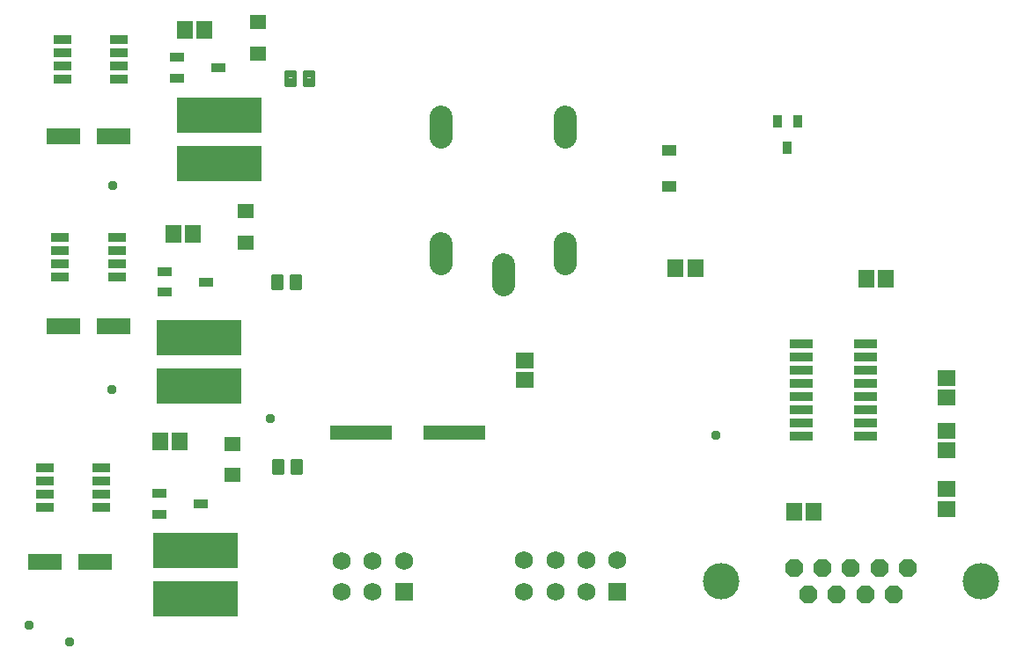
<source format=gbr>
G04 EAGLE Gerber RS-274X export*
G75*
%MOMM*%
%FSLAX34Y34*%
%LPD*%
%INSoldermask Top*%
%IPPOS*%
%AMOC8*
5,1,8,0,0,1.08239X$1,22.5*%
G01*
%ADD10R,2.235200X0.863600*%
%ADD11R,1.503200X1.703200*%
%ADD12R,1.703200X1.503200*%
%ADD13P,1.869504X8X202.500000*%
%ADD14C,3.505200*%
%ADD15C,1.733200*%
%ADD16R,1.733200X1.733200*%
%ADD17R,1.753200X0.903200*%
%ADD18R,8.203200X3.503200*%
%ADD19R,1.573200X1.323200*%
%ADD20R,1.473200X0.838200*%
%ADD21C,0.463294*%
%ADD22R,3.203200X1.603200*%
%ADD23C,2.184400*%
%ADD24R,1.333200X1.123200*%
%ADD25R,0.853200X1.153200*%
%ADD26R,5.953200X1.403200*%
%ADD27C,0.959600*%


D10*
X843734Y249550D03*
X782266Y249550D03*
X843734Y262250D03*
X843734Y274950D03*
X782266Y262250D03*
X782266Y274950D03*
X843734Y287650D03*
X782266Y287650D03*
X843734Y300350D03*
X782266Y300350D03*
X843734Y313050D03*
X843734Y325750D03*
X782266Y313050D03*
X782266Y325750D03*
X843734Y338450D03*
X782266Y338450D03*
D11*
X863500Y401000D03*
X844500Y401000D03*
D12*
X922000Y254500D03*
X922000Y235500D03*
X922000Y305500D03*
X922000Y286500D03*
D11*
X775500Y177000D03*
X794500Y177000D03*
D12*
X922000Y198500D03*
X922000Y179500D03*
D13*
X884864Y122700D03*
X857432Y122700D03*
X830000Y122700D03*
X802568Y122700D03*
X775136Y122700D03*
X871148Y97300D03*
X843716Y97300D03*
X816284Y97300D03*
X788852Y97300D03*
D14*
X955222Y110000D03*
X704778Y110000D03*
D15*
X575622Y99652D03*
X575622Y129652D03*
X545622Y99652D03*
X545622Y129652D03*
D16*
X605622Y99652D03*
D15*
X515622Y99652D03*
X605622Y129652D03*
X515622Y129652D03*
D16*
X400000Y99420D03*
D15*
X400000Y129420D03*
X370000Y99420D03*
X340000Y99420D03*
X370000Y129420D03*
X340000Y129420D03*
D12*
X516000Y322500D03*
X516000Y303500D03*
D17*
X126250Y592950D03*
X126250Y605650D03*
X126250Y618350D03*
X126250Y631050D03*
X71750Y631050D03*
X71750Y618350D03*
X71750Y605650D03*
X71750Y592950D03*
D18*
X223000Y558500D03*
X223000Y511500D03*
D19*
X260000Y618000D03*
X260000Y648000D03*
D20*
X222000Y604000D03*
X182000Y614000D03*
X182000Y594000D03*
D21*
X305110Y599685D02*
X312670Y599685D01*
X312670Y588315D01*
X305110Y588315D01*
X305110Y599685D01*
X305110Y592716D02*
X312670Y592716D01*
X312670Y597117D02*
X305110Y597117D01*
X294890Y599685D02*
X287330Y599685D01*
X294890Y599685D02*
X294890Y588315D01*
X287330Y588315D01*
X287330Y599685D01*
X287330Y592716D02*
X294890Y592716D01*
X294890Y597117D02*
X287330Y597117D01*
D17*
X124250Y402950D03*
X124250Y415650D03*
X124250Y428350D03*
X124250Y441050D03*
X69750Y441050D03*
X69750Y428350D03*
X69750Y415650D03*
X69750Y402950D03*
D18*
X203000Y344500D03*
X203000Y297500D03*
D19*
X248000Y436000D03*
X248000Y466000D03*
D20*
X210000Y398000D03*
X170000Y408000D03*
X170000Y388000D03*
D21*
X292110Y403685D02*
X299670Y403685D01*
X299670Y392315D01*
X292110Y392315D01*
X292110Y403685D01*
X292110Y396716D02*
X299670Y396716D01*
X299670Y401117D02*
X292110Y401117D01*
X281890Y403685D02*
X274330Y403685D01*
X281890Y403685D02*
X281890Y392315D01*
X274330Y392315D01*
X274330Y403685D01*
X274330Y396716D02*
X281890Y396716D01*
X281890Y401117D02*
X274330Y401117D01*
D17*
X109250Y180950D03*
X109250Y193650D03*
X109250Y206350D03*
X109250Y219050D03*
X54750Y219050D03*
X54750Y206350D03*
X54750Y193650D03*
X54750Y180950D03*
D18*
X200000Y139500D03*
X200000Y92500D03*
D19*
X235000Y212000D03*
X235000Y242000D03*
D20*
X205000Y184000D03*
X165000Y194000D03*
X165000Y174000D03*
D21*
X293110Y225685D02*
X300670Y225685D01*
X300670Y214315D01*
X293110Y214315D01*
X293110Y225685D01*
X293110Y218716D02*
X300670Y218716D01*
X300670Y223117D02*
X293110Y223117D01*
X282890Y225685D02*
X275330Y225685D01*
X282890Y225685D02*
X282890Y214315D01*
X275330Y214315D01*
X275330Y225685D01*
X275330Y218716D02*
X282890Y218716D01*
X282890Y223117D02*
X275330Y223117D01*
D22*
X73000Y538000D03*
X121000Y538000D03*
X73000Y355000D03*
X121000Y355000D03*
X55000Y128000D03*
X103000Y128000D03*
D11*
X208500Y641000D03*
X189500Y641000D03*
X197500Y444000D03*
X178500Y444000D03*
X184500Y244000D03*
X165500Y244000D03*
D23*
X496000Y394844D02*
X496000Y414656D01*
X555690Y415164D02*
X555690Y434976D01*
X436310Y434976D02*
X436310Y415164D01*
X436310Y537084D02*
X436310Y556896D01*
X555690Y556896D02*
X555690Y537084D01*
D24*
X655000Y524500D03*
X655000Y489500D03*
D25*
X759500Y552500D03*
X778500Y552500D03*
X769000Y527500D03*
D11*
X661500Y411000D03*
X680500Y411000D03*
D26*
X359000Y253000D03*
X449000Y253000D03*
D27*
X272000Y266000D03*
X700000Y250000D03*
X40000Y67000D03*
X120000Y491000D03*
X79000Y51000D03*
X119000Y294000D03*
M02*

</source>
